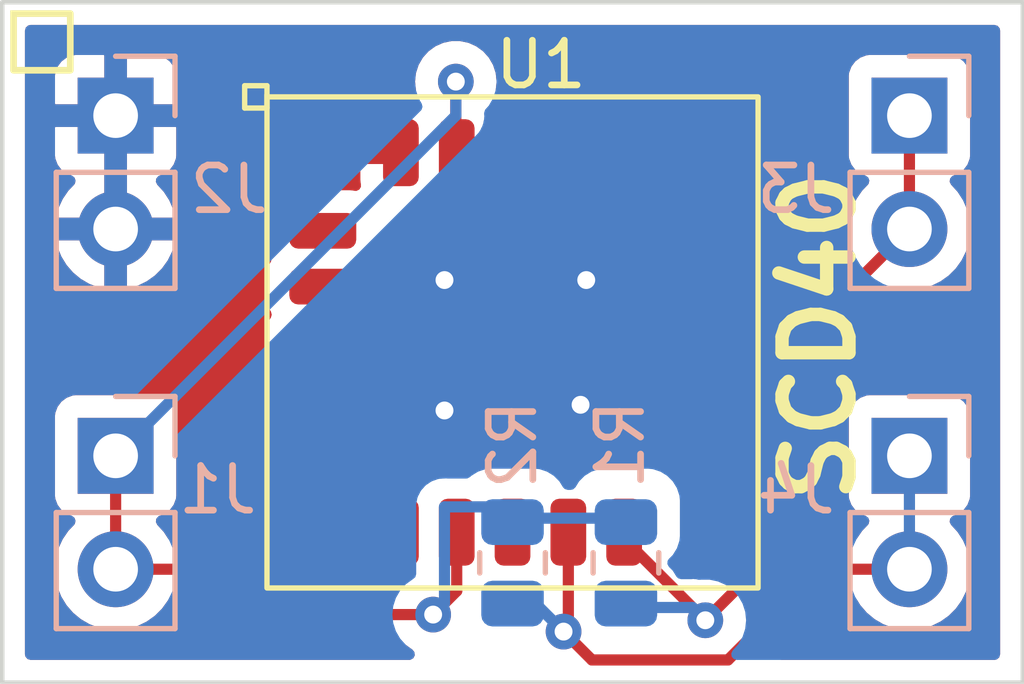
<source format=kicad_pcb>
(kicad_pcb (version 20211014) (generator pcbnew)
  (layers (0 "F.Cu" signal) (31 "B.Cu" signal) (34 "B.Paste" user) (35 "F.Paste" user) (36 "B.SilkS" user "B.Silkscreen") (37 "F.SilkS" user "F.Silkscreen") (38 "B.Mask" user) (39 "F.Mask" user) (44 "Edge.Cuts" user))
  (net 0 "")
  (net 1 "Net-(J1-Pad1)")
  (net 2 "GND")
  (net 17 "Net-(J3-Pad1)")
  (net 18 "Net-(J4-Pad1)")
  (footprint "scd40:SCD40" (layer "F.Cu") (at 160.528 33.909)
    (fp_text reference "U1" (at 0.635 -6.223 unlocked) (layer "F.SilkS"))
    (fp_text value "scd40")
    (fp_line (start -6 -5.25) (end -6 -5.75) (layer "F.SilkS") (width 0.12))
    (fp_line (start -5.5 -5.75) (end -5.5 -5.25) (layer "F.SilkS") (width 0.12))
    (fp_line (start -6 -5.75) (end -5.5 -5.75) (layer "F.SilkS") (width 0.12))
    (fp_line (start -5.5 -5.25) (end -6 -5.25) (layer "F.SilkS") (width 0.12))
    (fp_rect (start -5.5 -5.5) (end 5.5 5.5) (layer "F.SilkS") (width 0.12) (fill none))
    (pad "1" smd roundrect (at -4.25 -2.5) (size 1.5 0.8) (layers "F.Cu" "F.Paste" "F.Mask"))
    (pad "2" smd roundrect (at -4.25 -1.25) (size 1.5 0.8) (layers "F.Cu" "F.Paste" "F.Mask"))
    (pad "3" smd roundrect (at -4.25 0) (size 1.5 0.8) (layers "F.Cu" "F.Paste" "F.Mask"))
    (pad "4" smd roundrect (at -4.25 1.25) (size 1.5 0.8) (layers "F.Cu" "F.Paste" "F.Mask"))
    (pad "5" smd roundrect (at -4.25 2.5) (size 1.5 0.8) (layers "F.Cu" "F.Paste" "F.Mask"))
    (pad "6" smd roundrect (at -2.5 4.25 270) (size 1.5 0.8) (layers "F.Cu" "F.Paste" "F.Mask") (net 2 "GND"))
    (pad "7" smd roundrect (at -1.25 4.25 270) (size 1.5 0.8) (layers "F.Cu" "F.Paste" "F.Mask") (net 1 "Net-(J1-Pad1)"))
    (pad "8" smd roundrect (at 0 4.25 270) (size 1.5 0.8) (layers "F.Cu" "F.Paste" "F.Mask"))
    (pad "9" smd roundrect (at 1.25 4.25 270) (size 1.5 0.8) (layers "F.Cu" "F.Paste" "F.Mask") (net 18 "Net-(J4-Pad1)"))
    (pad "10" smd roundrect (at 2.5 4.25 270) (size 1.5 0.8) (layers "F.Cu" "F.Paste" "F.Mask") (net 17 "Net-(J3-Pad1)"))
    (pad "11" smd roundrect (at 4.25 2.5 180) (size 1.5 0.8) (layers "F.Cu" "F.Paste" "F.Mask"))
    (pad "12" smd roundrect (at 4.25 1.25 180) (size 1.5 0.8) (layers "F.Cu" "F.Paste" "F.Mask"))
    (pad "13" smd roundrect (at 4.25 0 180) (size 1.5 0.8) (layers "F.Cu" "F.Paste" "F.Mask"))
    (pad "14" smd roundrect (at 4.25 -1.25 180) (size 1.5 0.8) (layers "F.Cu" "F.Paste" "F.Mask"))
    (pad "15" smd roundrect (at 4.25 -2.5 180) (size 1.5 0.8) (layers "F.Cu" "F.Paste" "F.Mask"))
    (pad "16" smd roundrect (at 2.5 -4.25 90) (size 1.5 0.8) (layers "F.Cu" "F.Paste" "F.Mask"))
    (pad "17" smd roundrect (at 1.25 -4.25 90) (size 1.5 0.8) (layers "F.Cu" "F.Paste" "F.Mask"))
    (pad "18" smd roundrect (at 0 -4.25 90) (size 1.5 0.8) (layers "F.Cu" "F.Paste" "F.Mask"))
    (pad "19" smd roundrect (at -1.25 -4.25 90) (size 1.5 0.8) (layers "F.Cu" "F.Paste" "F.Mask") (net 1 "Net-(J1-Pad1)"))
    (pad "20" smd roundrect (at -2.5 -4.25 90) (size 1.5 0.8) (layers "F.Cu" "F.Paste" "F.Mask") (net 2 "GND"))
    (pad "21" smd rect (at -1.5 1.5 90) (size 2.3 2.3) (layers "F.Cu" "F.Paste" "F.Mask") (net 2 "GND"))
    (pad "22" smd rect (at 1.5 1.5 90) (size 2.3 2.3) (layers "F.Cu" "F.Paste" "F.Mask") (net 2 "GND"))
    (pad "23" smd rect (at 1.5 -1.5 90) (size 2.3 2.3) (layers "F.Cu" "F.Paste" "F.Mask") (net 2 "GND"))
    (pad "24" smd rect (at -1.5 -1.5 90) (size 2.3 2.3) (layers "F.Cu" "F.Paste" "F.Mask") (net 2 "GND"))
  )
  (footprint "Connector_PinHeader_2.54mm:PinHeader_1x02_P2.54mm_Vertical" (layer "B.Cu") (at 151.638 28.829 180)
    (fp_text reference "J2" (at -2.54 -1.651) (layer "B.SilkS") (effects (justify mirror)))
    (fp_text value "Conn_01x02_Female" hide)
    (fp_line (start -1.33 -3.87) (end 1.33 -3.87) (layer "B.SilkS") (width 0.12))
    (fp_line (start -1.33 1.33) (end 0 1.33) (layer "B.SilkS") (width 0.12))
    (fp_line (start -1.33 -1.27) (end -1.33 -3.87) (layer "B.SilkS") (width 0.12))
    (fp_line (start 1.33 -1.27) (end 1.33 -3.87) (layer "B.SilkS") (width 0.12))
    (fp_line (start -1.33 0) (end -1.33 1.33) (layer "B.SilkS") (width 0.12))
    (fp_line (start -1.33 -1.27) (end 1.33 -1.27) (layer "B.SilkS") (width 0.12))
    (pad "1" thru_hole rect (at 0 0 180) (size 1.7 1.7) (drill 1) (layers *.Cu *.Mask) (net 2 "GND"))
    (pad "2" thru_hole oval (at 0 -2.54 180) (size 1.7 1.7) (drill 1) (layers *.Cu *.Mask) (net 2 "GND"))
  )
  (footprint "Connector_PinHeader_2.54mm:PinHeader_1x02_P2.54mm_Vertical" (layer "B.Cu") (at 169.418 28.829 180)
    (fp_text reference "J3" (at 2.54 -1.651) (layer "B.SilkS") (effects (justify mirror)))
    (fp_text value "Conn_01x02_Female" hide)
    (fp_line (start -1.33 0) (end -1.33 1.33) (layer "B.SilkS") (width 0.12))
    (fp_line (start -1.33 -1.27) (end 1.33 -1.27) (layer "B.SilkS") (width 0.12))
    (fp_line (start 1.33 -1.27) (end 1.33 -3.87) (layer "B.SilkS") (width 0.12))
    (fp_line (start -1.33 -1.27) (end -1.33 -3.87) (layer "B.SilkS") (width 0.12))
    (fp_line (start -1.33 1.33) (end 0 1.33) (layer "B.SilkS") (width 0.12))
    (fp_line (start -1.33 -3.87) (end 1.33 -3.87) (layer "B.SilkS") (width 0.12))
    (pad "1" thru_hole rect (at 0 0 180) (size 1.7 1.7) (drill 1) (layers *.Cu *.Mask) (net 17 "Net-(J3-Pad1)"))
    (pad "2" thru_hole oval (at 0 -2.54 180) (size 1.7 1.7) (drill 1) (layers *.Cu *.Mask) (net 17 "Net-(J3-Pad1)"))
  )
  (footprint "Resistor_SMD:R_0805_2012Metric" (layer "B.Cu") (at 160.528 38.846 -90)
    (fp_text reference "R2" (at -2.651 0 90) (layer "B.SilkS") (effects (justify mirror)))
    (fp_text value "R")
    (fp_line (start -0.227064 -0.735) (end 0.227064 -0.735) (layer "B.SilkS") (width 0.12))
    (fp_line (start -0.227064 0.735) (end 0.227064 0.735) (layer "B.SilkS") (width 0.12))
    (pad "1" smd roundrect (at -0.9125 0 270) (size 1.025 1.4) (layers "B.Cu" "B.Paste" "B.Mask") (roundrect_rratio 0.243902) (net 1 "Net-(J1-Pad1)"))
    (pad "2" smd roundrect (at 0.9125 0 270) (size 1.025 1.4) (layers "B.Cu" "B.Paste" "B.Mask") (roundrect_rratio 0.243902) (net 18 "Net-(J4-Pad1)"))
  )
  (footprint "Connector_PinHeader_2.54mm:PinHeader_1x02_P2.54mm_Vertical" (layer "B.Cu") (at 169.418 36.449 180)
    (fp_text reference "J4" (at 2.54 -0.762) (layer "B.SilkS") (effects (justify mirror)))
    (fp_text value "Conn_01x02_Female" hide)
    (fp_line (start -1.33 -3.87) (end 1.33 -3.87) (layer "B.SilkS") (width 0.12))
    (fp_line (start 1.33 -1.27) (end 1.33 -3.87) (layer "B.SilkS") (width 0.12))
    (fp_line (start -1.33 0) (end -1.33 1.33) (layer "B.SilkS") (width 0.12))
    (fp_line (start -1.33 1.33) (end 0 1.33) (layer "B.SilkS") (width 0.12))
    (fp_line (start -1.33 -1.27) (end -1.33 -3.87) (layer "B.SilkS") (width 0.12))
    (fp_line (start -1.33 -1.27) (end 1.33 -1.27) (layer "B.SilkS") (width 0.12))
    (pad "1" thru_hole rect (at 0 0 180) (size 1.7 1.7) (drill 1) (layers *.Cu *.Mask) (net 18 "Net-(J4-Pad1)"))
    (pad "2" thru_hole oval (at 0 -2.54 180) (size 1.7 1.7) (drill 1) (layers *.Cu *.Mask) (net 18 "Net-(J4-Pad1)"))
  )
  (footprint "Connector_PinHeader_2.54mm:PinHeader_1x02_P2.54mm_Vertical" (layer "B.Cu") (at 151.638 36.449 180)
    (fp_text reference "J1" (at -2.286 -0.762) (layer "B.SilkS") (effects (justify mirror)))
    (fp_text value "Conn_01x02_Female" hide)
    (fp_line (start 1.33 -1.27) (end 1.33 -3.87) (layer "B.SilkS") (width 0.12))
    (fp_line (start -1.33 -1.27) (end -1.33 -3.87) (layer "B.SilkS") (width 0.12))
    (fp_line (start -1.33 0) (end -1.33 1.33) (layer "B.SilkS") (width 0.12))
    (fp_line (start -1.33 -3.87) (end 1.33 -3.87) (layer "B.SilkS") (width 0.12))
    (fp_line (start -1.33 -1.27) (end 1.33 -1.27) (layer "B.SilkS") (width 0.12))
    (fp_line (start -1.33 1.33) (end 0 1.33) (layer "B.SilkS") (width 0.12))
    (pad "1" thru_hole rect (at 0 0 180) (size 1.7 1.7) (drill 1) (layers *.Cu *.Mask) (net 1 "Net-(J1-Pad1)"))
    (pad "2" thru_hole oval (at 0 -2.54 180) (size 1.7 1.7) (drill 1) (layers *.Cu *.Mask) (net 1 "Net-(J1-Pad1)"))
  )
  (footprint "Resistor_SMD:R_0805_2012Metric" (layer "B.Cu") (at 163.068 38.846 -90)
    (fp_text reference "R1" (at -2.651 0.127 90) (layer "B.SilkS") (effects (justify mirror)))
    (fp_text value "R")
    (fp_line (start -0.227064 0.735) (end 0.227064 0.735) (layer "B.SilkS") (width 0.12))
    (fp_line (start -0.227064 -0.735) (end 0.227064 -0.735) (layer "B.SilkS") (width 0.12))
    (pad "1" smd roundrect (at -0.9125 0 270) (size 1.025 1.4) (layers "B.Cu" "B.Paste" "B.Mask") (roundrect_rratio 0.243902) (net 1 "Net-(J1-Pad1)"))
    (pad "2" smd roundrect (at 0.9125 0 270) (size 1.025 1.4) (layers "B.Cu" "B.Paste" "B.Mask") (roundrect_rratio 0.243902) (net 17 "Net-(J3-Pad1)"))
  )
  (gr_rect (start 149.352 26.543) (end 150.622 27.813) (layer "F.SilkS") (width 0.15) (fill none))
  (gr_rect (start 149.098 26.289) (end 171.958 41.529) (layer "Edge.Cuts") (width 0.1) (fill none))
  (gr_text "SCD40" (at 167.386 33.782 90) (layer "F.SilkS") (effects (font (size 1.5 1.5) (thickness 0.3))))
  (segment (start 155.067 40.005) (end 158.75 40.005) (width 0.25) (layer "F.Cu") (net 1))
  (segment (start 159.258 28.067) (end 159.258 29.639) (width 0.25) (layer "F.Cu") (net 1))
  (segment (start 151.638 38.989) (end 151.638 36.449) (width 0.25) (layer "F.Cu") (net 1))
  (segment (start 151.638 38.989) (end 154.051 38.989) (width 0.25) (layer "F.Cu") (net 1))
  (segment (start 159.278 39.477) (end 158.75 40.005) (width 0.25) (layer "F.Cu") (net 1))
  (segment (start 159.258 29.639) (end 159.278 29.659) (width 0.25) (layer "F.Cu") (net 1))
  (segment (start 159.278 38.159) (end 159.278 39.477) (width 0.25) (layer "F.Cu") (net 1))
  (segment (start 154.051 38.989) (end 155.067 40.005) (width 0.25) (layer "F.Cu") (net 1))
  (via (at 158.75 40.005) (size 0.8) (drill 0.4) (layers "F.Cu" "B.Cu") (net 1))
  (via (at 159.258 28.067) (size 0.8) (drill 0.4) (layers "F.Cu" "B.Cu") (net 1))
  (segment (start 151.638 36.449) (end 159.258 28.829) (width 0.25) (layer "B.Cu") (net 1))
  (segment (start 158.75 40.005) (end 159.004 39.751) (width 0.25) (layer "B.Cu") (net 1))
  (segment (start 159.004 39.751) (end 159.004 37.592) (width 0.25) (layer "B.Cu") (net 1))
  (segment (start 159.004 37.592) (end 160.274 37.592) (width 0.25) (layer "B.Cu") (net 1))
  (segment (start 159.258 28.829) (end 159.258 28.067) (width 0.25) (layer "B.Cu") (net 1))
  (segment (start 160.528 37.846) (end 163.068 37.846) (width 0.25) (layer "B.Cu") (net 1))
  (segment (start 160.274 37.592) (end 160.528 37.846) (width 0.25) (layer "B.Cu") (net 1))
  (via (at 162.052 35.306) (size 0.8) (drill 0.4) (layers "F.Cu" "B.Cu") (net 2))
  (via (at 159.004 32.512) (size 0.8) (drill 0.4) (layers "F.Cu" "B.Cu") (net 2))
  (via (at 162.179 32.512) (size 0.8) (drill 0.4) (layers "F.Cu" "B.Cu") (net 2))
  (via (at 159.004 35.433) (size 0.8) (drill 0.4) (layers "F.Cu" "B.Cu") (net 2))
  (segment (start 151.638 28.829) (end 151.638 31.369) (width 0.25) (layer "B.Cu") (net 2))
  (segment (start 164.846 40.132) (end 166.751 38.227) (width 0.25) (layer "F.Cu") (net 17))
  (segment (start 164.846 40.132) (end 163.028 38.314) (width 0.25) (layer "F.Cu") (net 17))
  (segment (start 166.751 38.227) (end 166.751 34.036) (width 0.25) (layer "F.Cu") (net 17))
  (segment (start 169.418 28.829) (end 169.418 31.369) (width 0.25) (layer "F.Cu") (net 17))
  (segment (start 163.028 38.314) (end 163.028 38.159) (width 0.25) (layer "F.Cu") (net 17))
  (segment (start 166.751 34.036) (end 169.418 31.369) (width 0.25) (layer "F.Cu") (net 17))
  (via (at 164.846 40.132) (size 0.8) (drill 0.4) (layers "F.Cu" "B.Cu") (net 17))
  (segment (start 163.068 39.846) (end 164.56 39.846) (width 0.25) (layer "B.Cu") (net 17))
  (segment (start 164.56 39.846) (end 164.846 40.132) (width 0.25) (layer "B.Cu") (net 17))
  (segment (start 162.306 41.021) (end 161.671 40.386) (width 0.25) (layer "F.Cu") (net 18))
  (segment (start 169.418 38.989) (end 167.386 38.989) (width 0.25) (layer "F.Cu") (net 18))
  (segment (start 167.386 38.989) (end 165.354 41.021) (width 0.25) (layer "F.Cu") (net 18))
  (segment (start 161.778 40.279) (end 161.778 38.159) (width 0.25) (layer "F.Cu") (net 18))
  (segment (start 165.354 41.021) (end 162.306 41.021) (width 0.25) (layer "F.Cu") (net 18))
  (segment (start 161.671 40.386) (end 161.778 40.279) (width 0.25) (layer "F.Cu") (net 18))
  (via (at 161.671 40.386) (size 0.8) (drill 0.4) (layers "F.Cu" "B.Cu") (net 18))
  (segment (start 161.131 39.846) (end 161.671 40.386) (width 0.25) (layer "B.Cu") (net 18))
  (segment (start 169.418 36.449) (end 169.418 38.989) (width 0.25) (layer "B.Cu") (net 18))
  (segment (start 160.528 39.846) (end 161.131 39.846) (width 0.25) (layer "B.Cu") (net 18))
  (zone (net 2) (net_name "GND") (layers F&B.Cu) (connect_pads (clearance 0.508)) (min_thickness 0.254) (fill yes (thermal_gap 0.508) (thermal_bridge_width 0.508))
    (polygon (pts (xy 171.704 41.275) (xy 149.352 41.275) (xy 149.352 26.543) (xy 171.704 26.543)))
  )
)
</source>
